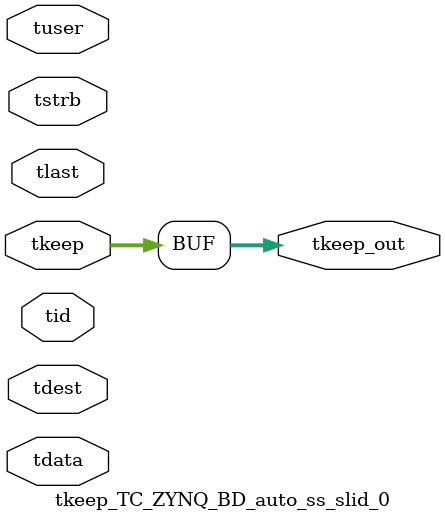
<source format=v>


`timescale 1ps/1ps

module tkeep_TC_ZYNQ_BD_auto_ss_slid_0 #
(
parameter C_S_AXIS_TDATA_WIDTH = 32,
parameter C_S_AXIS_TUSER_WIDTH = 0,
parameter C_S_AXIS_TID_WIDTH   = 0,
parameter C_S_AXIS_TDEST_WIDTH = 0,
parameter C_M_AXIS_TDATA_WIDTH = 32
)
(
input  [(C_S_AXIS_TDATA_WIDTH == 0 ? 1 : C_S_AXIS_TDATA_WIDTH)-1:0     ] tdata,
input  [(C_S_AXIS_TUSER_WIDTH == 0 ? 1 : C_S_AXIS_TUSER_WIDTH)-1:0     ] tuser,
input  [(C_S_AXIS_TID_WIDTH   == 0 ? 1 : C_S_AXIS_TID_WIDTH)-1:0       ] tid,
input  [(C_S_AXIS_TDEST_WIDTH == 0 ? 1 : C_S_AXIS_TDEST_WIDTH)-1:0     ] tdest,
input  [(C_S_AXIS_TDATA_WIDTH/8)-1:0 ] tkeep,
input  [(C_S_AXIS_TDATA_WIDTH/8)-1:0 ] tstrb,
input                                                                    tlast,
output [(C_M_AXIS_TDATA_WIDTH/8)-1:0 ] tkeep_out
);

assign tkeep_out = {tkeep[3:0]};

endmodule


</source>
